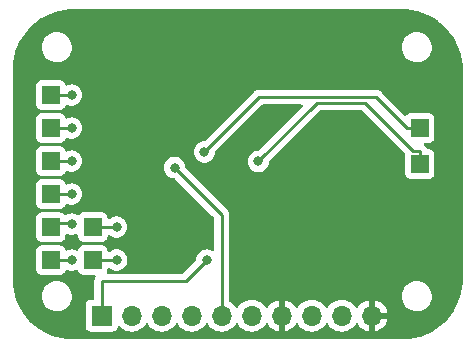
<source format=gbr>
%TF.GenerationSoftware,KiCad,Pcbnew,7.0.7*%
%TF.CreationDate,2025-03-08T19:07:00+10:30*%
%TF.ProjectId,V9381_Breakout,56393338-315f-4427-9265-616b6f75742e,rev?*%
%TF.SameCoordinates,Original*%
%TF.FileFunction,Copper,L2,Bot*%
%TF.FilePolarity,Positive*%
%FSLAX46Y46*%
G04 Gerber Fmt 4.6, Leading zero omitted, Abs format (unit mm)*
G04 Created by KiCad (PCBNEW 7.0.7) date 2025-03-08 19:07:00*
%MOMM*%
%LPD*%
G01*
G04 APERTURE LIST*
%TA.AperFunction,ComponentPad*%
%ADD10R,1.700000X1.700000*%
%TD*%
%TA.AperFunction,ComponentPad*%
%ADD11O,1.700000X1.700000*%
%TD*%
%TA.AperFunction,SMDPad,CuDef*%
%ADD12R,1.500000X1.500000*%
%TD*%
%TA.AperFunction,ViaPad*%
%ADD13C,0.800000*%
%TD*%
%TA.AperFunction,Conductor*%
%ADD14C,0.250000*%
%TD*%
G04 APERTURE END LIST*
D10*
%TO.P,J1,1,Pin_1*%
%TO.N,VIN*%
X134620000Y-106299000D03*
D11*
%TO.P,J1,2,Pin_2*%
%TO.N,CS*%
X137160000Y-106299000D03*
%TO.P,J1,3,Pin_3*%
%TO.N,SCK*%
X139700000Y-106299000D03*
%TO.P,J1,4,Pin_4*%
%TO.N,RX{slash}MOSI*%
X142240000Y-106299000D03*
%TO.P,J1,5,Pin_5*%
%TO.N,TX{slash}MISO*%
X144780000Y-106299000D03*
%TO.P,J1,6,Pin_6*%
%TO.N,UP_IN*%
X147320000Y-106299000D03*
%TO.P,J1,7,Pin_7*%
%TO.N,GND*%
X149860000Y-106299000D03*
%TO.P,J1,8,Pin_8*%
%TO.N,IAN_IN*%
X152400000Y-106299000D03*
%TO.P,J1,9,Pin_9*%
%TO.N,IAP_IN*%
X154940000Y-106299000D03*
%TO.P,J1,10,Pin_10*%
%TO.N,GND*%
X157480000Y-106299000D03*
%TD*%
D12*
%TO.P,TP1,1,1*%
%TO.N,IBP*%
X161544000Y-90424000D03*
%TD*%
%TO.P,TP4,1,1*%
%TO.N,P1*%
X133858000Y-98806000D03*
%TD*%
%TO.P,TP6,1,1*%
%TO.N,P3*%
X130302000Y-98812000D03*
%TD*%
%TO.P,TP5,1,1*%
%TO.N,P2*%
X130302000Y-101606000D03*
%TD*%
%TO.P,TP9,1,1*%
%TO.N,~{RST}*%
X130302000Y-90424000D03*
%TD*%
%TO.P,TP3,1,1*%
%TO.N,P0*%
X133858000Y-101600000D03*
%TD*%
%TO.P,TP7,1,1*%
%TO.N,P5*%
X130302000Y-96012000D03*
%TD*%
%TO.P,TP8,1,1*%
%TO.N,P6*%
X130302000Y-93218000D03*
%TD*%
%TO.P,TP10,1,1*%
%TO.N,32KIN*%
X130302000Y-87630000D03*
%TD*%
%TO.P,TP2,1,1*%
%TO.N,IBN*%
X161544000Y-93454000D03*
%TD*%
D13*
%TO.N,VIN*%
X143510000Y-101600000D03*
%TO.N,GND*%
X156210000Y-101092000D03*
X156210000Y-99314000D03*
X128016000Y-91948000D03*
X128016000Y-97536000D03*
X128016000Y-102616000D03*
X128016000Y-86106000D03*
X164338000Y-92456000D03*
X164338000Y-98044000D03*
X164338000Y-103124000D03*
X164338000Y-86614000D03*
X145796000Y-81280000D03*
X152654000Y-81280000D03*
X139700000Y-81280000D03*
X158750000Y-81280000D03*
X133350000Y-81280000D03*
%TO.N,IBP*%
X143313000Y-92449100D03*
%TO.N,IBN*%
X147874000Y-93248500D03*
%TO.N,P0*%
X135894299Y-101595701D03*
%TO.N,P1*%
X135874000Y-98806000D03*
%TO.N,P2*%
X132080000Y-101600000D03*
%TO.N,~{RST}*%
X132080000Y-90424000D03*
%TO.N,32KIN*%
X132080000Y-87630000D03*
%TO.N,P3*%
X132080000Y-98552000D03*
%TO.N,P5*%
X132080000Y-96012000D03*
%TO.N,P6*%
X132080000Y-93218000D03*
%TO.N,TX{slash}MISO*%
X140782000Y-93763700D03*
%TO.N,GND*%
X156718000Y-96012000D03*
X156718000Y-91440000D03*
X156718000Y-94488000D03*
X148971000Y-102108000D03*
X152146000Y-95758000D03*
X149098000Y-98552000D03*
X156718000Y-92964000D03*
%TD*%
D14*
%TO.N,VIN*%
X134620000Y-103378000D02*
X134620000Y-106299000D01*
X141732000Y-103378000D02*
X134620000Y-103378000D01*
X143510000Y-101600000D02*
X141732000Y-103378000D01*
%TO.N,IBP*%
X161544000Y-90424000D02*
X160467000Y-90424000D01*
X157835000Y-87791700D02*
X147970000Y-87791700D01*
X160467000Y-90424000D02*
X157835000Y-87791700D01*
X147970000Y-87791700D02*
X143313000Y-92449100D01*
%TO.N,IBN*%
X156886000Y-88261900D02*
X161002000Y-92377100D01*
X147874000Y-93248500D02*
X152861000Y-88261900D01*
X161544000Y-92377100D02*
X161544000Y-93454000D01*
X152861000Y-88261900D02*
X156886000Y-88261900D01*
X161002000Y-92377100D02*
X161544000Y-92377100D01*
%TO.N,P0*%
X135890000Y-101600000D02*
X133858000Y-101600000D01*
X135894299Y-101595701D02*
X135890000Y-101600000D01*
%TO.N,P1*%
X135874000Y-98806000D02*
X133858000Y-98806000D01*
%TO.N,P2*%
X132080000Y-101600000D02*
X130308000Y-101600000D01*
X130308000Y-101600000D02*
X130302000Y-101606000D01*
%TO.N,~{RST}*%
X132080000Y-90424000D02*
X130302000Y-90424000D01*
%TO.N,32KIN*%
X132080000Y-87630000D02*
X130302000Y-87630000D01*
%TO.N,P3*%
X132080000Y-98552000D02*
X131987000Y-98459000D01*
X131987000Y-98459000D02*
X130655000Y-98459000D01*
X130655000Y-98459000D02*
X130302000Y-98812000D01*
%TO.N,P5*%
X132080000Y-96012000D02*
X130302000Y-96012000D01*
%TO.N,P6*%
X132080000Y-93218000D02*
X130302000Y-93218000D01*
%TO.N,TX{slash}MISO*%
X144780000Y-97761900D02*
X140782000Y-93763700D01*
X144780000Y-106299000D02*
X144780000Y-97761900D01*
%TD*%
%TA.AperFunction,Conductor*%
%TO.N,GND*%
G36*
X160327490Y-80364356D02*
G01*
X160533680Y-80373360D01*
X160538599Y-80373773D01*
X160755984Y-80400870D01*
X160902983Y-80420223D01*
X160961763Y-80427962D01*
X160966395Y-80428751D01*
X161007931Y-80437460D01*
X161180980Y-80473744D01*
X161383675Y-80518681D01*
X161387884Y-80519772D01*
X161590273Y-80580026D01*
X161598134Y-80582367D01*
X161796301Y-80644849D01*
X161800180Y-80646215D01*
X161893878Y-80682776D01*
X162004631Y-80725993D01*
X162075188Y-80755218D01*
X162196730Y-80805562D01*
X162200195Y-80807124D01*
X162285508Y-80848832D01*
X162397483Y-80903573D01*
X162482256Y-80947703D01*
X162582038Y-80999646D01*
X162585136Y-81001374D01*
X162669186Y-81051456D01*
X162773885Y-81113843D01*
X162773988Y-81113909D01*
X162949470Y-81225703D01*
X162952173Y-81227527D01*
X163048923Y-81296605D01*
X163131111Y-81355286D01*
X163296396Y-81482114D01*
X163298678Y-81483953D01*
X163466586Y-81626164D01*
X163466658Y-81626230D01*
X163621275Y-81767911D01*
X163777880Y-81924515D01*
X163919646Y-82079226D01*
X164061801Y-82247068D01*
X164063678Y-82249395D01*
X164190512Y-82414687D01*
X164318262Y-82593612D01*
X164320094Y-82596327D01*
X164431956Y-82771914D01*
X164544426Y-82960665D01*
X164546154Y-82963763D01*
X164626889Y-83118852D01*
X164642225Y-83148312D01*
X164738662Y-83345577D01*
X164740242Y-83349082D01*
X164819809Y-83541172D01*
X164881517Y-83699317D01*
X164899580Y-83745607D01*
X164900952Y-83749502D01*
X164963428Y-83947651D01*
X165026014Y-84157873D01*
X165027122Y-84162146D01*
X165072066Y-84364873D01*
X165117048Y-84579402D01*
X165117837Y-84584034D01*
X165144928Y-84789807D01*
X165172021Y-85007170D01*
X165172438Y-85012136D01*
X165181478Y-85219147D01*
X165190398Y-85434814D01*
X165190398Y-103214898D01*
X165181410Y-103432196D01*
X165172441Y-103637609D01*
X165172024Y-103642575D01*
X165144852Y-103860566D01*
X165117846Y-104065705D01*
X165117056Y-104070338D01*
X165071988Y-104285280D01*
X165027134Y-104487597D01*
X165026026Y-104491869D01*
X164963352Y-104702389D01*
X164900972Y-104900233D01*
X164899600Y-104904128D01*
X164819730Y-105108817D01*
X164740267Y-105300656D01*
X164738687Y-105304161D01*
X164642154Y-105501622D01*
X164546192Y-105685962D01*
X164544458Y-105689071D01*
X164431888Y-105877991D01*
X164320131Y-106053412D01*
X164318300Y-106056126D01*
X164190446Y-106235197D01*
X164063742Y-106400321D01*
X164061865Y-106402649D01*
X163919566Y-106570661D01*
X163777955Y-106725202D01*
X163621202Y-106881955D01*
X163466661Y-107023566D01*
X163298649Y-107165865D01*
X163296321Y-107167742D01*
X163131197Y-107294446D01*
X162952126Y-107422300D01*
X162949412Y-107424131D01*
X162773991Y-107535888D01*
X162585071Y-107648458D01*
X162581962Y-107650192D01*
X162397622Y-107746154D01*
X162200161Y-107842687D01*
X162196656Y-107844267D01*
X162004817Y-107923730D01*
X161800128Y-108003600D01*
X161796233Y-108004972D01*
X161598389Y-108067352D01*
X161387869Y-108130026D01*
X161383597Y-108131134D01*
X161181280Y-108175988D01*
X160966338Y-108221056D01*
X160961705Y-108221846D01*
X160756566Y-108248852D01*
X160538575Y-108276024D01*
X160533609Y-108276441D01*
X160328196Y-108285410D01*
X160110898Y-108294398D01*
X132170898Y-108294398D01*
X131952743Y-108285375D01*
X131748234Y-108276446D01*
X131743267Y-108276029D01*
X131524646Y-108248779D01*
X131320141Y-108221855D01*
X131315509Y-108221066D01*
X131100187Y-108175918D01*
X131065182Y-108168158D01*
X130898254Y-108131150D01*
X130893982Y-108130042D01*
X130683161Y-108067278D01*
X130485614Y-108004991D01*
X130481719Y-108003619D01*
X130276796Y-107923657D01*
X130085207Y-107844298D01*
X130081703Y-107842718D01*
X129884017Y-107746076D01*
X129699880Y-107650220D01*
X129696792Y-107648498D01*
X129507672Y-107535807D01*
X129461743Y-107506547D01*
X129332450Y-107424178D01*
X129329753Y-107422358D01*
X129150496Y-107294370D01*
X128985554Y-107167806D01*
X128983226Y-107165929D01*
X128899552Y-107095061D01*
X128815071Y-107023509D01*
X128660644Y-106882003D01*
X128589066Y-106810425D01*
X128503784Y-106725142D01*
X128362301Y-106570742D01*
X128219867Y-106402571D01*
X128218007Y-106400264D01*
X128091419Y-106235291D01*
X128071886Y-106207933D01*
X127963440Y-106056045D01*
X127961620Y-106053347D01*
X127849983Y-105878111D01*
X127754921Y-105718576D01*
X127737296Y-105688997D01*
X127735578Y-105685918D01*
X127639720Y-105501775D01*
X127543072Y-105304078D01*
X127541508Y-105300609D01*
X127507944Y-105219579D01*
X127462140Y-105108999D01*
X127382162Y-104904031D01*
X127380814Y-104900206D01*
X127318524Y-104702647D01*
X127302255Y-104648002D01*
X129534647Y-104648002D01*
X129554021Y-104869457D01*
X129554022Y-104869465D01*
X129611558Y-105084191D01*
X129611559Y-105084193D01*
X129611560Y-105084196D01*
X129630774Y-105125400D01*
X129705511Y-105285676D01*
X129716000Y-105300656D01*
X129833023Y-105467781D01*
X129990219Y-105624977D01*
X130172323Y-105752488D01*
X130373804Y-105846440D01*
X130373811Y-105846442D01*
X130373814Y-105846443D01*
X130409313Y-105855955D01*
X130412422Y-105856875D01*
X130416745Y-105858279D01*
X130416755Y-105858283D01*
X130425158Y-105860200D01*
X130588537Y-105903978D01*
X130630378Y-105907638D01*
X130638778Y-105908957D01*
X130639179Y-105909049D01*
X130641917Y-105909674D01*
X130641939Y-105909678D01*
X130675563Y-105917351D01*
X130707475Y-105914383D01*
X130810000Y-105923353D01*
X130856024Y-105919326D01*
X130864186Y-105919154D01*
X130867093Y-105919285D01*
X130867098Y-105919284D01*
X130868448Y-105919345D01*
X130868461Y-105919345D01*
X130902036Y-105920853D01*
X130931627Y-105912712D01*
X131031463Y-105903978D01*
X131080183Y-105890923D01*
X131087886Y-105889377D01*
X131093173Y-105888661D01*
X131093175Y-105888660D01*
X131095724Y-105888315D01*
X131095742Y-105888312D01*
X131125510Y-105884279D01*
X131151954Y-105871692D01*
X131228600Y-105851154D01*
X131246186Y-105846443D01*
X131246188Y-105846442D01*
X131246196Y-105846440D01*
X131295821Y-105823299D01*
X131302841Y-105820534D01*
X131310150Y-105818160D01*
X131310156Y-105818156D01*
X131315442Y-105816439D01*
X131315454Y-105816435D01*
X131338940Y-105808803D01*
X131361599Y-105792626D01*
X131447677Y-105752488D01*
X131496124Y-105718564D01*
X131502284Y-105714768D01*
X131511053Y-105710050D01*
X131511056Y-105710047D01*
X131535587Y-105696847D01*
X131554028Y-105678019D01*
X131629781Y-105624977D01*
X131674779Y-105579978D01*
X131679935Y-105575370D01*
X131689423Y-105567805D01*
X131689424Y-105567802D01*
X131694636Y-105563647D01*
X131695654Y-105563231D01*
X131698146Y-105560849D01*
X131709298Y-105551955D01*
X131723294Y-105531463D01*
X131786977Y-105467781D01*
X131826105Y-105411901D01*
X131830196Y-105406676D01*
X131839528Y-105395996D01*
X131839531Y-105395990D01*
X131839709Y-105395787D01*
X131841954Y-105394356D01*
X131846873Y-105387586D01*
X131854621Y-105378717D01*
X131864165Y-105357544D01*
X131914488Y-105285677D01*
X131945324Y-105219548D01*
X131948270Y-105213991D01*
X131953608Y-105205057D01*
X131956634Y-105202257D01*
X131962270Y-105190556D01*
X131967005Y-105182630D01*
X131972296Y-105161706D01*
X132008440Y-105084196D01*
X132008440Y-105084194D01*
X132008442Y-105084191D01*
X132008442Y-105084190D01*
X132014045Y-105063279D01*
X132028583Y-105009021D01*
X132030406Y-105003337D01*
X132032697Y-104997233D01*
X132036010Y-104992827D01*
X132040628Y-104976097D01*
X132042953Y-104969902D01*
X132044384Y-104950051D01*
X132065978Y-104869463D01*
X132073198Y-104786930D01*
X132073951Y-104781317D01*
X132077444Y-104762072D01*
X132077444Y-104762067D01*
X132078311Y-104757291D01*
X132078314Y-104757269D01*
X132079694Y-104749660D01*
X132077998Y-104737304D01*
X132078112Y-104732216D01*
X132078326Y-104728314D01*
X132085353Y-104648000D01*
X132078326Y-104567690D01*
X132078112Y-104563780D01*
X132077999Y-104558697D01*
X132080353Y-104549969D01*
X132077746Y-104535600D01*
X132077741Y-104535568D01*
X132077444Y-104533932D01*
X132077444Y-104533928D01*
X132073951Y-104514682D01*
X132073198Y-104509069D01*
X132065978Y-104426537D01*
X132044383Y-104345944D01*
X132044742Y-104330863D01*
X132040629Y-104319905D01*
X132036892Y-104306363D01*
X132032686Y-104298736D01*
X132030410Y-104292671D01*
X132028572Y-104286938D01*
X132008442Y-104211811D01*
X132008439Y-104211802D01*
X132008438Y-104211800D01*
X131972296Y-104134294D01*
X131969838Y-104118109D01*
X131962267Y-104105437D01*
X131957728Y-104096013D01*
X131953606Y-104090938D01*
X131948279Y-104082022D01*
X131945309Y-104076419D01*
X131914488Y-104010324D01*
X131914487Y-104010322D01*
X131864166Y-103938456D01*
X131858534Y-103921757D01*
X131846872Y-103908409D01*
X131842927Y-103902979D01*
X131839715Y-103900217D01*
X131830193Y-103889318D01*
X131826100Y-103884093D01*
X131793542Y-103837595D01*
X131786978Y-103828220D01*
X131756123Y-103797365D01*
X131723295Y-103764537D01*
X131714268Y-103748005D01*
X131698145Y-103735148D01*
X131696158Y-103733248D01*
X131694641Y-103732354D01*
X131679944Y-103720634D01*
X131674754Y-103715996D01*
X131629782Y-103671023D01*
X131554029Y-103617981D01*
X131541536Y-103602352D01*
X131502297Y-103581237D01*
X131496110Y-103577424D01*
X131447682Y-103543515D01*
X131447680Y-103543514D01*
X131447679Y-103543513D01*
X131447677Y-103543512D01*
X131361599Y-103503373D01*
X131345732Y-103489402D01*
X131315007Y-103479418D01*
X131314998Y-103479416D01*
X131302844Y-103475465D01*
X131295801Y-103472690D01*
X131246195Y-103449559D01*
X131151952Y-103424307D01*
X131132955Y-103412728D01*
X131094197Y-103407477D01*
X131087891Y-103406622D01*
X131080165Y-103405070D01*
X131031467Y-103392023D01*
X131031465Y-103392022D01*
X131031463Y-103392022D01*
X131031461Y-103392021D01*
X131031457Y-103392021D01*
X130931623Y-103383287D01*
X130909904Y-103374791D01*
X130864190Y-103376844D01*
X130855998Y-103376670D01*
X130810004Y-103372647D01*
X130809998Y-103372647D01*
X130707463Y-103381617D01*
X130683582Y-103376817D01*
X130639180Y-103386950D01*
X130639179Y-103386951D01*
X130638786Y-103387040D01*
X130630391Y-103388359D01*
X130588540Y-103392021D01*
X130588534Y-103392022D01*
X130425172Y-103435796D01*
X130416744Y-103437719D01*
X130412408Y-103439127D01*
X130409315Y-103440043D01*
X130373806Y-103449558D01*
X130373803Y-103449559D01*
X130172323Y-103543512D01*
X130172319Y-103543514D01*
X129990217Y-103671023D01*
X129833023Y-103828217D01*
X129705514Y-104010319D01*
X129705512Y-104010323D01*
X129611561Y-104211800D01*
X129554022Y-104426535D01*
X129554021Y-104426542D01*
X129534647Y-104647997D01*
X129534647Y-104648002D01*
X127302255Y-104648002D01*
X127255747Y-104491785D01*
X127254647Y-104487539D01*
X127209893Y-104285671D01*
X127164726Y-104070258D01*
X127163950Y-104065705D01*
X127137021Y-103861159D01*
X127109766Y-103642504D01*
X127109352Y-103637580D01*
X127100471Y-103434189D01*
X127091402Y-103214898D01*
X127091398Y-103214809D01*
X127091398Y-102403870D01*
X129051500Y-102403870D01*
X129051501Y-102403876D01*
X129057908Y-102463483D01*
X129108202Y-102598328D01*
X129108206Y-102598335D01*
X129194452Y-102713544D01*
X129194455Y-102713547D01*
X129309664Y-102799793D01*
X129309671Y-102799797D01*
X129444517Y-102850091D01*
X129444516Y-102850091D01*
X129448321Y-102850500D01*
X129504127Y-102856500D01*
X131099872Y-102856499D01*
X131159483Y-102850091D01*
X131294331Y-102799796D01*
X131409546Y-102713546D01*
X131495796Y-102598331D01*
X131536925Y-102488055D01*
X131578795Y-102432123D01*
X131644259Y-102407705D01*
X131703541Y-102418109D01*
X131800197Y-102461144D01*
X131985354Y-102500500D01*
X131985355Y-102500500D01*
X132174644Y-102500500D01*
X132174646Y-102500500D01*
X132359803Y-102461144D01*
X132458376Y-102417255D01*
X132527624Y-102407970D01*
X132590901Y-102437598D01*
X132624993Y-102487202D01*
X132664202Y-102592328D01*
X132664206Y-102592335D01*
X132750452Y-102707544D01*
X132750455Y-102707547D01*
X132865664Y-102793793D01*
X132865671Y-102793797D01*
X133000517Y-102844091D01*
X133000516Y-102844091D01*
X133007444Y-102844835D01*
X133060127Y-102850500D01*
X133982493Y-102850499D01*
X134049532Y-102870183D01*
X134095287Y-102922987D01*
X134105231Y-102992146D01*
X134090218Y-103032755D01*
X134090996Y-103033121D01*
X134063231Y-103092121D01*
X134061464Y-103095589D01*
X134033804Y-103145903D01*
X134033803Y-103145908D01*
X134031769Y-103153828D01*
X134023870Y-103175768D01*
X134020386Y-103183172D01*
X134020384Y-103183178D01*
X134009629Y-103239561D01*
X134008779Y-103243361D01*
X133994500Y-103298976D01*
X133994500Y-103307152D01*
X133992305Y-103330379D01*
X133990773Y-103338412D01*
X133994378Y-103395724D01*
X133994500Y-103399595D01*
X133994500Y-104824500D01*
X133974815Y-104891539D01*
X133922011Y-104937294D01*
X133870501Y-104948500D01*
X133722130Y-104948500D01*
X133722123Y-104948501D01*
X133662516Y-104954908D01*
X133527671Y-105005202D01*
X133527664Y-105005206D01*
X133412455Y-105091452D01*
X133412452Y-105091455D01*
X133326206Y-105206664D01*
X133326202Y-105206671D01*
X133275908Y-105341517D01*
X133269501Y-105401116D01*
X133269500Y-105401135D01*
X133269500Y-107196870D01*
X133269501Y-107196876D01*
X133275908Y-107256483D01*
X133326202Y-107391328D01*
X133326206Y-107391335D01*
X133412452Y-107506544D01*
X133412455Y-107506547D01*
X133527664Y-107592793D01*
X133527671Y-107592797D01*
X133662517Y-107643091D01*
X133662516Y-107643091D01*
X133669444Y-107643835D01*
X133722127Y-107649500D01*
X135517872Y-107649499D01*
X135577483Y-107643091D01*
X135712331Y-107592796D01*
X135827546Y-107506546D01*
X135913796Y-107391331D01*
X135962810Y-107259916D01*
X136004681Y-107203984D01*
X136070145Y-107179566D01*
X136138418Y-107194417D01*
X136166673Y-107215568D01*
X136288599Y-107337495D01*
X136385384Y-107405264D01*
X136482165Y-107473032D01*
X136482167Y-107473033D01*
X136482170Y-107473035D01*
X136696337Y-107572903D01*
X136696343Y-107572904D01*
X136696344Y-107572905D01*
X136751285Y-107587626D01*
X136924592Y-107634063D01*
X137101034Y-107649500D01*
X137159999Y-107654659D01*
X137160000Y-107654659D01*
X137160001Y-107654659D01*
X137218966Y-107649500D01*
X137395408Y-107634063D01*
X137623663Y-107572903D01*
X137837830Y-107473035D01*
X138031401Y-107337495D01*
X138198495Y-107170401D01*
X138328424Y-106984842D01*
X138383002Y-106941217D01*
X138452500Y-106934023D01*
X138514855Y-106965546D01*
X138531575Y-106984842D01*
X138661281Y-107170082D01*
X138661505Y-107170401D01*
X138828599Y-107337495D01*
X138925384Y-107405265D01*
X139022165Y-107473032D01*
X139022167Y-107473033D01*
X139022170Y-107473035D01*
X139236337Y-107572903D01*
X139236343Y-107572904D01*
X139236344Y-107572905D01*
X139291285Y-107587626D01*
X139464592Y-107634063D01*
X139641034Y-107649500D01*
X139699999Y-107654659D01*
X139700000Y-107654659D01*
X139700001Y-107654659D01*
X139758966Y-107649500D01*
X139935408Y-107634063D01*
X140163663Y-107572903D01*
X140377830Y-107473035D01*
X140571401Y-107337495D01*
X140738495Y-107170401D01*
X140868424Y-106984842D01*
X140923002Y-106941217D01*
X140992500Y-106934023D01*
X141054855Y-106965546D01*
X141071575Y-106984842D01*
X141201281Y-107170082D01*
X141201505Y-107170401D01*
X141368599Y-107337495D01*
X141465384Y-107405265D01*
X141562165Y-107473032D01*
X141562167Y-107473033D01*
X141562170Y-107473035D01*
X141776337Y-107572903D01*
X141776343Y-107572904D01*
X141776344Y-107572905D01*
X141831285Y-107587626D01*
X142004592Y-107634063D01*
X142181034Y-107649500D01*
X142239999Y-107654659D01*
X142240000Y-107654659D01*
X142240001Y-107654659D01*
X142298966Y-107649500D01*
X142475408Y-107634063D01*
X142703663Y-107572903D01*
X142917830Y-107473035D01*
X143111401Y-107337495D01*
X143278495Y-107170401D01*
X143408424Y-106984842D01*
X143463002Y-106941217D01*
X143532500Y-106934023D01*
X143594855Y-106965546D01*
X143611575Y-106984842D01*
X143741281Y-107170082D01*
X143741505Y-107170401D01*
X143908599Y-107337495D01*
X144005384Y-107405265D01*
X144102165Y-107473032D01*
X144102167Y-107473033D01*
X144102170Y-107473035D01*
X144316337Y-107572903D01*
X144316343Y-107572904D01*
X144316344Y-107572905D01*
X144371285Y-107587626D01*
X144544592Y-107634063D01*
X144721034Y-107649500D01*
X144779999Y-107654659D01*
X144780000Y-107654659D01*
X144780001Y-107654659D01*
X144838966Y-107649500D01*
X145015408Y-107634063D01*
X145243663Y-107572903D01*
X145457830Y-107473035D01*
X145651401Y-107337495D01*
X145818495Y-107170401D01*
X145948424Y-106984842D01*
X146003002Y-106941217D01*
X146072500Y-106934023D01*
X146134855Y-106965546D01*
X146151575Y-106984842D01*
X146281281Y-107170082D01*
X146281505Y-107170401D01*
X146448599Y-107337495D01*
X146545384Y-107405265D01*
X146642165Y-107473032D01*
X146642167Y-107473033D01*
X146642170Y-107473035D01*
X146856337Y-107572903D01*
X146856343Y-107572904D01*
X146856344Y-107572905D01*
X146911285Y-107587626D01*
X147084592Y-107634063D01*
X147261034Y-107649500D01*
X147319999Y-107654659D01*
X147320000Y-107654659D01*
X147320001Y-107654659D01*
X147378966Y-107649500D01*
X147555408Y-107634063D01*
X147783663Y-107572903D01*
X147997830Y-107473035D01*
X148191401Y-107337495D01*
X148358495Y-107170401D01*
X148488730Y-106984405D01*
X148543307Y-106940781D01*
X148612805Y-106933587D01*
X148675160Y-106965110D01*
X148691879Y-106984405D01*
X148821890Y-107170078D01*
X148988917Y-107337105D01*
X149182421Y-107472600D01*
X149396507Y-107572429D01*
X149396516Y-107572433D01*
X149610000Y-107629634D01*
X149610000Y-106911301D01*
X149629685Y-106844262D01*
X149682489Y-106798507D01*
X149751647Y-106788563D01*
X149824237Y-106799000D01*
X149824238Y-106799000D01*
X149895762Y-106799000D01*
X149895763Y-106799000D01*
X149968353Y-106788563D01*
X150037512Y-106798507D01*
X150090315Y-106844262D01*
X150110000Y-106911301D01*
X150110000Y-107629633D01*
X150323483Y-107572433D01*
X150323492Y-107572429D01*
X150537578Y-107472600D01*
X150731082Y-107337105D01*
X150898105Y-107170082D01*
X151028119Y-106984405D01*
X151082696Y-106940781D01*
X151152195Y-106933588D01*
X151214549Y-106965110D01*
X151231269Y-106984405D01*
X151361505Y-107170401D01*
X151528599Y-107337495D01*
X151625384Y-107405265D01*
X151722165Y-107473032D01*
X151722167Y-107473033D01*
X151722170Y-107473035D01*
X151936337Y-107572903D01*
X151936343Y-107572904D01*
X151936344Y-107572905D01*
X151991285Y-107587626D01*
X152164592Y-107634063D01*
X152341034Y-107649500D01*
X152399999Y-107654659D01*
X152400000Y-107654659D01*
X152400001Y-107654659D01*
X152458966Y-107649500D01*
X152635408Y-107634063D01*
X152863663Y-107572903D01*
X153077830Y-107473035D01*
X153271401Y-107337495D01*
X153438495Y-107170401D01*
X153568424Y-106984842D01*
X153623002Y-106941217D01*
X153692500Y-106934023D01*
X153754855Y-106965546D01*
X153771575Y-106984842D01*
X153901281Y-107170082D01*
X153901505Y-107170401D01*
X154068599Y-107337495D01*
X154165384Y-107405265D01*
X154262165Y-107473032D01*
X154262167Y-107473033D01*
X154262170Y-107473035D01*
X154476337Y-107572903D01*
X154476343Y-107572904D01*
X154476344Y-107572905D01*
X154531285Y-107587626D01*
X154704592Y-107634063D01*
X154881034Y-107649500D01*
X154939999Y-107654659D01*
X154940000Y-107654659D01*
X154940001Y-107654659D01*
X154998966Y-107649500D01*
X155175408Y-107634063D01*
X155403663Y-107572903D01*
X155617830Y-107473035D01*
X155811401Y-107337495D01*
X155978495Y-107170401D01*
X156108730Y-106984405D01*
X156163307Y-106940781D01*
X156232805Y-106933587D01*
X156295160Y-106965110D01*
X156311879Y-106984405D01*
X156441890Y-107170078D01*
X156608917Y-107337105D01*
X156802421Y-107472600D01*
X157016507Y-107572429D01*
X157016516Y-107572433D01*
X157230000Y-107629634D01*
X157230000Y-106911301D01*
X157249685Y-106844262D01*
X157302489Y-106798507D01*
X157371647Y-106788563D01*
X157444237Y-106799000D01*
X157444238Y-106799000D01*
X157515762Y-106799000D01*
X157515763Y-106799000D01*
X157588353Y-106788563D01*
X157657512Y-106798507D01*
X157710315Y-106844262D01*
X157730000Y-106911301D01*
X157730000Y-107629633D01*
X157943483Y-107572433D01*
X157943492Y-107572429D01*
X158157578Y-107472600D01*
X158351082Y-107337105D01*
X158518105Y-107170082D01*
X158653600Y-106976578D01*
X158753429Y-106762492D01*
X158753432Y-106762486D01*
X158810636Y-106549000D01*
X158093347Y-106549000D01*
X158026308Y-106529315D01*
X157980553Y-106476511D01*
X157970609Y-106407353D01*
X157974369Y-106390067D01*
X157980000Y-106370888D01*
X157980000Y-106227111D01*
X157974369Y-106207933D01*
X157974370Y-106138064D01*
X158012145Y-106079286D01*
X158075701Y-106050262D01*
X158093347Y-106049000D01*
X158810636Y-106049000D01*
X158810635Y-106048999D01*
X158753432Y-105835513D01*
X158753429Y-105835507D01*
X158653600Y-105621422D01*
X158653599Y-105621420D01*
X158518113Y-105427926D01*
X158518108Y-105427920D01*
X158351082Y-105260894D01*
X158157578Y-105125399D01*
X157943492Y-105025570D01*
X157943486Y-105025567D01*
X157730000Y-104968364D01*
X157730000Y-105686698D01*
X157710315Y-105753737D01*
X157657511Y-105799492D01*
X157588355Y-105809436D01*
X157515766Y-105799000D01*
X157515763Y-105799000D01*
X157444237Y-105799000D01*
X157444233Y-105799000D01*
X157371645Y-105809436D01*
X157302487Y-105799492D01*
X157249684Y-105753736D01*
X157230000Y-105686698D01*
X157230000Y-104968364D01*
X157229999Y-104968364D01*
X157016513Y-105025567D01*
X157016507Y-105025570D01*
X156802422Y-105125399D01*
X156802420Y-105125400D01*
X156608926Y-105260886D01*
X156608920Y-105260891D01*
X156441891Y-105427920D01*
X156441890Y-105427922D01*
X156311880Y-105613595D01*
X156257303Y-105657219D01*
X156187804Y-105664412D01*
X156125450Y-105632890D01*
X156108730Y-105613594D01*
X155978494Y-105427597D01*
X155811402Y-105260506D01*
X155811395Y-105260501D01*
X155617834Y-105124967D01*
X155617830Y-105124965D01*
X155583492Y-105108953D01*
X155403663Y-105025097D01*
X155403659Y-105025096D01*
X155403655Y-105025094D01*
X155175413Y-104963938D01*
X155175403Y-104963936D01*
X154940001Y-104943341D01*
X154939999Y-104943341D01*
X154704596Y-104963936D01*
X154704586Y-104963938D01*
X154476344Y-105025094D01*
X154476335Y-105025098D01*
X154262171Y-105124964D01*
X154262169Y-105124965D01*
X154068597Y-105260505D01*
X153901505Y-105427597D01*
X153771575Y-105613158D01*
X153716998Y-105656783D01*
X153647500Y-105663977D01*
X153585145Y-105632454D01*
X153568425Y-105613158D01*
X153438494Y-105427597D01*
X153271402Y-105260506D01*
X153271395Y-105260501D01*
X153077834Y-105124967D01*
X153077830Y-105124965D01*
X153043492Y-105108953D01*
X152863663Y-105025097D01*
X152863659Y-105025096D01*
X152863655Y-105025094D01*
X152635413Y-104963938D01*
X152635403Y-104963936D01*
X152400001Y-104943341D01*
X152399999Y-104943341D01*
X152164596Y-104963936D01*
X152164586Y-104963938D01*
X151936344Y-105025094D01*
X151936335Y-105025098D01*
X151722171Y-105124964D01*
X151722169Y-105124965D01*
X151528597Y-105260505D01*
X151361508Y-105427594D01*
X151231269Y-105613595D01*
X151176692Y-105657219D01*
X151107193Y-105664412D01*
X151044839Y-105632890D01*
X151028119Y-105613594D01*
X150898113Y-105427926D01*
X150898108Y-105427920D01*
X150731082Y-105260894D01*
X150537578Y-105125399D01*
X150323492Y-105025570D01*
X150323486Y-105025567D01*
X150110000Y-104968364D01*
X150110000Y-105686698D01*
X150090315Y-105753737D01*
X150037511Y-105799492D01*
X149968355Y-105809436D01*
X149895766Y-105799000D01*
X149895763Y-105799000D01*
X149824237Y-105799000D01*
X149824233Y-105799000D01*
X149751645Y-105809436D01*
X149682487Y-105799492D01*
X149629684Y-105753736D01*
X149610000Y-105686698D01*
X149610000Y-104968364D01*
X149609999Y-104968364D01*
X149396513Y-105025567D01*
X149396507Y-105025570D01*
X149182422Y-105125399D01*
X149182420Y-105125400D01*
X148988926Y-105260886D01*
X148988920Y-105260891D01*
X148821891Y-105427920D01*
X148821890Y-105427922D01*
X148691880Y-105613595D01*
X148637303Y-105657219D01*
X148567804Y-105664412D01*
X148505450Y-105632890D01*
X148488730Y-105613594D01*
X148358494Y-105427597D01*
X148191402Y-105260506D01*
X148191395Y-105260501D01*
X147997834Y-105124967D01*
X147997830Y-105124965D01*
X147963492Y-105108953D01*
X147783663Y-105025097D01*
X147783659Y-105025096D01*
X147783655Y-105025094D01*
X147555413Y-104963938D01*
X147555403Y-104963936D01*
X147320001Y-104943341D01*
X147319999Y-104943341D01*
X147084596Y-104963936D01*
X147084586Y-104963938D01*
X146856344Y-105025094D01*
X146856335Y-105025098D01*
X146642171Y-105124964D01*
X146642169Y-105124965D01*
X146448597Y-105260505D01*
X146281505Y-105427597D01*
X146151575Y-105613158D01*
X146096998Y-105656783D01*
X146027500Y-105663977D01*
X145965145Y-105632454D01*
X145948425Y-105613158D01*
X145818494Y-105427597D01*
X145651402Y-105260506D01*
X145651401Y-105260505D01*
X145510293Y-105161700D01*
X145458376Y-105125347D01*
X145414751Y-105070770D01*
X145405500Y-105023772D01*
X145405500Y-104648002D01*
X160014647Y-104648002D01*
X160034021Y-104869457D01*
X160034022Y-104869465D01*
X160091558Y-105084191D01*
X160091559Y-105084193D01*
X160091560Y-105084196D01*
X160110774Y-105125400D01*
X160185511Y-105285676D01*
X160196000Y-105300656D01*
X160313023Y-105467781D01*
X160470219Y-105624977D01*
X160652323Y-105752488D01*
X160853804Y-105846440D01*
X160853811Y-105846442D01*
X160853814Y-105846443D01*
X160889313Y-105855955D01*
X160892422Y-105856875D01*
X160896745Y-105858279D01*
X160896755Y-105858283D01*
X160905158Y-105860200D01*
X161068537Y-105903978D01*
X161110378Y-105907638D01*
X161118778Y-105908957D01*
X161119179Y-105909049D01*
X161121917Y-105909674D01*
X161121939Y-105909678D01*
X161155563Y-105917351D01*
X161187475Y-105914383D01*
X161290000Y-105923353D01*
X161336024Y-105919326D01*
X161344186Y-105919154D01*
X161347093Y-105919285D01*
X161347098Y-105919284D01*
X161348448Y-105919345D01*
X161348461Y-105919345D01*
X161382036Y-105920853D01*
X161411627Y-105912712D01*
X161511463Y-105903978D01*
X161560183Y-105890923D01*
X161567886Y-105889377D01*
X161573173Y-105888661D01*
X161573175Y-105888660D01*
X161575724Y-105888315D01*
X161575742Y-105888312D01*
X161605510Y-105884279D01*
X161631954Y-105871692D01*
X161708600Y-105851154D01*
X161726186Y-105846443D01*
X161726188Y-105846442D01*
X161726196Y-105846440D01*
X161775821Y-105823299D01*
X161782841Y-105820534D01*
X161790150Y-105818160D01*
X161790156Y-105818156D01*
X161795442Y-105816439D01*
X161795454Y-105816435D01*
X161818940Y-105808803D01*
X161841599Y-105792626D01*
X161927677Y-105752488D01*
X161976124Y-105718564D01*
X161982284Y-105714768D01*
X161991053Y-105710050D01*
X161991056Y-105710047D01*
X162015587Y-105696847D01*
X162034028Y-105678019D01*
X162109781Y-105624977D01*
X162154779Y-105579978D01*
X162159935Y-105575370D01*
X162169423Y-105567805D01*
X162169424Y-105567802D01*
X162174636Y-105563647D01*
X162175654Y-105563231D01*
X162178146Y-105560849D01*
X162189298Y-105551955D01*
X162203294Y-105531463D01*
X162266977Y-105467781D01*
X162306105Y-105411901D01*
X162310196Y-105406676D01*
X162319528Y-105395996D01*
X162319531Y-105395990D01*
X162319709Y-105395787D01*
X162321954Y-105394356D01*
X162326873Y-105387586D01*
X162334621Y-105378717D01*
X162344165Y-105357544D01*
X162394488Y-105285677D01*
X162425324Y-105219548D01*
X162428270Y-105213991D01*
X162433608Y-105205057D01*
X162436634Y-105202257D01*
X162442270Y-105190556D01*
X162447005Y-105182630D01*
X162452296Y-105161706D01*
X162488440Y-105084196D01*
X162488440Y-105084194D01*
X162488442Y-105084191D01*
X162488442Y-105084190D01*
X162494045Y-105063279D01*
X162508583Y-105009021D01*
X162510406Y-105003337D01*
X162512697Y-104997233D01*
X162516010Y-104992827D01*
X162520628Y-104976097D01*
X162522953Y-104969902D01*
X162524384Y-104950051D01*
X162545978Y-104869463D01*
X162553198Y-104786930D01*
X162553951Y-104781317D01*
X162557444Y-104762072D01*
X162557444Y-104762067D01*
X162558311Y-104757291D01*
X162558314Y-104757269D01*
X162559694Y-104749660D01*
X162557998Y-104737304D01*
X162558112Y-104732216D01*
X162558326Y-104728314D01*
X162565353Y-104648000D01*
X162558326Y-104567690D01*
X162558112Y-104563780D01*
X162557999Y-104558697D01*
X162560353Y-104549969D01*
X162557746Y-104535600D01*
X162557741Y-104535568D01*
X162557444Y-104533932D01*
X162557444Y-104533928D01*
X162553951Y-104514682D01*
X162553198Y-104509069D01*
X162545978Y-104426537D01*
X162524383Y-104345944D01*
X162524742Y-104330863D01*
X162520629Y-104319905D01*
X162516892Y-104306363D01*
X162512686Y-104298736D01*
X162510410Y-104292671D01*
X162508572Y-104286938D01*
X162488442Y-104211811D01*
X162488439Y-104211802D01*
X162488438Y-104211800D01*
X162452296Y-104134294D01*
X162449838Y-104118109D01*
X162442267Y-104105437D01*
X162437728Y-104096013D01*
X162433606Y-104090938D01*
X162428279Y-104082022D01*
X162425309Y-104076419D01*
X162394488Y-104010324D01*
X162394487Y-104010322D01*
X162344166Y-103938456D01*
X162338534Y-103921757D01*
X162326872Y-103908409D01*
X162322927Y-103902979D01*
X162319715Y-103900217D01*
X162310193Y-103889318D01*
X162306100Y-103884093D01*
X162273542Y-103837595D01*
X162266978Y-103828220D01*
X162236123Y-103797365D01*
X162203295Y-103764537D01*
X162194268Y-103748005D01*
X162178145Y-103735148D01*
X162176158Y-103733248D01*
X162174641Y-103732354D01*
X162159944Y-103720634D01*
X162154754Y-103715996D01*
X162109782Y-103671023D01*
X162034029Y-103617981D01*
X162021536Y-103602352D01*
X161982297Y-103581237D01*
X161976110Y-103577424D01*
X161927682Y-103543515D01*
X161927680Y-103543514D01*
X161927679Y-103543513D01*
X161927677Y-103543512D01*
X161841599Y-103503373D01*
X161825732Y-103489402D01*
X161795007Y-103479418D01*
X161794998Y-103479416D01*
X161782844Y-103475465D01*
X161775801Y-103472690D01*
X161726195Y-103449559D01*
X161631952Y-103424307D01*
X161612955Y-103412728D01*
X161574197Y-103407477D01*
X161567891Y-103406622D01*
X161560165Y-103405070D01*
X161511467Y-103392023D01*
X161511465Y-103392022D01*
X161511463Y-103392022D01*
X161511461Y-103392021D01*
X161511457Y-103392021D01*
X161411623Y-103383287D01*
X161389904Y-103374791D01*
X161344190Y-103376844D01*
X161335998Y-103376670D01*
X161290004Y-103372647D01*
X161289998Y-103372647D01*
X161187463Y-103381617D01*
X161163582Y-103376817D01*
X161119180Y-103386950D01*
X161119179Y-103386951D01*
X161118786Y-103387040D01*
X161110391Y-103388359D01*
X161068540Y-103392021D01*
X161068534Y-103392022D01*
X160905172Y-103435796D01*
X160896744Y-103437719D01*
X160892408Y-103439127D01*
X160889315Y-103440043D01*
X160853806Y-103449558D01*
X160853803Y-103449559D01*
X160652323Y-103543512D01*
X160652319Y-103543514D01*
X160470217Y-103671023D01*
X160313023Y-103828217D01*
X160185514Y-104010319D01*
X160185512Y-104010323D01*
X160091561Y-104211800D01*
X160034022Y-104426535D01*
X160034021Y-104426542D01*
X160014647Y-104647997D01*
X160014647Y-104648002D01*
X145405500Y-104648002D01*
X145405500Y-97844651D01*
X145407223Y-97829040D01*
X145406937Y-97829013D01*
X145407671Y-97821249D01*
X145405500Y-97752094D01*
X145405500Y-97722552D01*
X145405500Y-97722550D01*
X145404630Y-97715667D01*
X145404173Y-97709855D01*
X145402712Y-97663288D01*
X145397119Y-97644037D01*
X145393175Y-97624990D01*
X145390664Y-97605108D01*
X145386458Y-97594486D01*
X145373514Y-97561792D01*
X145371620Y-97556261D01*
X145358624Y-97511525D01*
X145358623Y-97511523D01*
X145348421Y-97494271D01*
X145339862Y-97476800D01*
X145332486Y-97458168D01*
X145305098Y-97420473D01*
X145301901Y-97415605D01*
X145278180Y-97375492D01*
X145278177Y-97375489D01*
X145278176Y-97375487D01*
X145264009Y-97361320D01*
X145251375Y-97346527D01*
X145239593Y-97330312D01*
X145239594Y-97330312D01*
X145203694Y-97300613D01*
X145199382Y-97296690D01*
X141720960Y-93818094D01*
X141687477Y-93756771D01*
X141685325Y-93743395D01*
X141667674Y-93575444D01*
X141609179Y-93395416D01*
X141514533Y-93231484D01*
X141387871Y-93090812D01*
X141345798Y-93060244D01*
X141234734Y-92979551D01*
X141234729Y-92979548D01*
X141061807Y-92902557D01*
X141061802Y-92902555D01*
X140916001Y-92871565D01*
X140876646Y-92863200D01*
X140687354Y-92863200D01*
X140654897Y-92870098D01*
X140502197Y-92902555D01*
X140502192Y-92902557D01*
X140329270Y-92979548D01*
X140329265Y-92979551D01*
X140176129Y-93090811D01*
X140049466Y-93231485D01*
X139954821Y-93395415D01*
X139954818Y-93395422D01*
X139896327Y-93575440D01*
X139896326Y-93575444D01*
X139876540Y-93763700D01*
X139896326Y-93951956D01*
X139896327Y-93951959D01*
X139954818Y-94131977D01*
X139954821Y-94131984D01*
X140049467Y-94295916D01*
X140153806Y-94411796D01*
X140176129Y-94436588D01*
X140329265Y-94547848D01*
X140329270Y-94547851D01*
X140502192Y-94624842D01*
X140502197Y-94624844D01*
X140687354Y-94664200D01*
X140746522Y-94664200D01*
X140813561Y-94683885D01*
X140834205Y-94700521D01*
X141337687Y-95204028D01*
X143986300Y-97852773D01*
X144118183Y-97984662D01*
X144151667Y-98045986D01*
X144154500Y-98072341D01*
X144154500Y-100711814D01*
X144134815Y-100778853D01*
X144082011Y-100824608D01*
X144012853Y-100834552D01*
X143969572Y-100817005D01*
X143968363Y-100819101D01*
X143962729Y-100815848D01*
X143789807Y-100738857D01*
X143789802Y-100738855D01*
X143644000Y-100707865D01*
X143604646Y-100699500D01*
X143415354Y-100699500D01*
X143382897Y-100706398D01*
X143230197Y-100738855D01*
X143230192Y-100738857D01*
X143057270Y-100815848D01*
X143057265Y-100815851D01*
X142904129Y-100927111D01*
X142777466Y-101067785D01*
X142682821Y-101231715D01*
X142682818Y-101231722D01*
X142625724Y-101407441D01*
X142624326Y-101411744D01*
X142606679Y-101579649D01*
X142580094Y-101644263D01*
X142571039Y-101654368D01*
X141509228Y-102716181D01*
X141447905Y-102749666D01*
X141421547Y-102752500D01*
X135170650Y-102752500D01*
X135103611Y-102732815D01*
X135057856Y-102680011D01*
X135047912Y-102610853D01*
X135054468Y-102585167D01*
X135054914Y-102583969D01*
X135102091Y-102457483D01*
X135108500Y-102397873D01*
X135108500Y-102381228D01*
X135128185Y-102314189D01*
X135180989Y-102268434D01*
X135250147Y-102258490D01*
X135305385Y-102280910D01*
X135441564Y-102379849D01*
X135441569Y-102379852D01*
X135614491Y-102456843D01*
X135614496Y-102456845D01*
X135799653Y-102496201D01*
X135799654Y-102496201D01*
X135988943Y-102496201D01*
X135988945Y-102496201D01*
X136174102Y-102456845D01*
X136347029Y-102379852D01*
X136500170Y-102268589D01*
X136626832Y-102127917D01*
X136721478Y-101963985D01*
X136779973Y-101783957D01*
X136799759Y-101595701D01*
X136779973Y-101407445D01*
X136721478Y-101227417D01*
X136626832Y-101063485D01*
X136500170Y-100922813D01*
X136483213Y-100910493D01*
X136347033Y-100811552D01*
X136347028Y-100811549D01*
X136174106Y-100734558D01*
X136174101Y-100734556D01*
X136009170Y-100699500D01*
X135988945Y-100695201D01*
X135799653Y-100695201D01*
X135779428Y-100699500D01*
X135614496Y-100734556D01*
X135614491Y-100734558D01*
X135441569Y-100811549D01*
X135441564Y-100811552D01*
X135305384Y-100910493D01*
X135239578Y-100933973D01*
X135171524Y-100918147D01*
X135122829Y-100868041D01*
X135108499Y-100810175D01*
X135108499Y-100802129D01*
X135108498Y-100802123D01*
X135107533Y-100793148D01*
X135102091Y-100742517D01*
X135100725Y-100738855D01*
X135051797Y-100607671D01*
X135051793Y-100607664D01*
X134965547Y-100492455D01*
X134965544Y-100492452D01*
X134850335Y-100406206D01*
X134850328Y-100406202D01*
X134715482Y-100355908D01*
X134715483Y-100355908D01*
X134655883Y-100349501D01*
X134655881Y-100349500D01*
X134655873Y-100349500D01*
X134655864Y-100349500D01*
X133060129Y-100349500D01*
X133060123Y-100349501D01*
X133000516Y-100355908D01*
X132865671Y-100406202D01*
X132865664Y-100406206D01*
X132750455Y-100492452D01*
X132750452Y-100492455D01*
X132664206Y-100607664D01*
X132664202Y-100607671D01*
X132624993Y-100712797D01*
X132583122Y-100768731D01*
X132517657Y-100793148D01*
X132458375Y-100782743D01*
X132359807Y-100738857D01*
X132359802Y-100738855D01*
X132214001Y-100707865D01*
X132174646Y-100699500D01*
X131985354Y-100699500D01*
X131952897Y-100706398D01*
X131800197Y-100738855D01*
X131800192Y-100738857D01*
X131699705Y-100783598D01*
X131630455Y-100792883D01*
X131567178Y-100763255D01*
X131533087Y-100713651D01*
X131495798Y-100613673D01*
X131495793Y-100613664D01*
X131409547Y-100498455D01*
X131409544Y-100498452D01*
X131294335Y-100412206D01*
X131294328Y-100412202D01*
X131159482Y-100361908D01*
X131159483Y-100361908D01*
X131099883Y-100355501D01*
X131099881Y-100355500D01*
X131099873Y-100355500D01*
X131099864Y-100355500D01*
X129504129Y-100355500D01*
X129504123Y-100355501D01*
X129444516Y-100361908D01*
X129309671Y-100412202D01*
X129309664Y-100412206D01*
X129194455Y-100498452D01*
X129194452Y-100498455D01*
X129108206Y-100613664D01*
X129108202Y-100613671D01*
X129057908Y-100748517D01*
X129051501Y-100808116D01*
X129051500Y-100808135D01*
X129051500Y-102403870D01*
X127091398Y-102403870D01*
X127091398Y-99609870D01*
X129051500Y-99609870D01*
X129051501Y-99609876D01*
X129057908Y-99669483D01*
X129108202Y-99804328D01*
X129108206Y-99804335D01*
X129194452Y-99919544D01*
X129194455Y-99919547D01*
X129309664Y-100005793D01*
X129309671Y-100005797D01*
X129444517Y-100056091D01*
X129444516Y-100056091D01*
X129448321Y-100056500D01*
X129504127Y-100062500D01*
X131099872Y-100062499D01*
X131159483Y-100056091D01*
X131294331Y-100005796D01*
X131409546Y-99919546D01*
X131495796Y-99804331D01*
X131546091Y-99669483D01*
X131552500Y-99609873D01*
X131552499Y-99493802D01*
X131572183Y-99426765D01*
X131624987Y-99381010D01*
X131694145Y-99371066D01*
X131726931Y-99380523D01*
X131800197Y-99413144D01*
X131985354Y-99452500D01*
X131985355Y-99452500D01*
X132174644Y-99452500D01*
X132174646Y-99452500D01*
X132359803Y-99413144D01*
X132433066Y-99380524D01*
X132502312Y-99371239D01*
X132565589Y-99400867D01*
X132602804Y-99460001D01*
X132607500Y-99493803D01*
X132607500Y-99603869D01*
X132607501Y-99603876D01*
X132613908Y-99663483D01*
X132664202Y-99798328D01*
X132664206Y-99798335D01*
X132750452Y-99913544D01*
X132750455Y-99913547D01*
X132865664Y-99999793D01*
X132865671Y-99999797D01*
X133000517Y-100050091D01*
X133000516Y-100050091D01*
X133007444Y-100050835D01*
X133060127Y-100056500D01*
X134655872Y-100056499D01*
X134715483Y-100050091D01*
X134850331Y-99999796D01*
X134965546Y-99913546D01*
X135051796Y-99798331D01*
X135102091Y-99663483D01*
X135108500Y-99603873D01*
X135108500Y-99603845D01*
X135108678Y-99600548D01*
X135110158Y-99600627D01*
X135128185Y-99539235D01*
X135180989Y-99493480D01*
X135250147Y-99483536D01*
X135305385Y-99505956D01*
X135421265Y-99590148D01*
X135421270Y-99590151D01*
X135594192Y-99667142D01*
X135594197Y-99667144D01*
X135779354Y-99706500D01*
X135779355Y-99706500D01*
X135968644Y-99706500D01*
X135968646Y-99706500D01*
X136153803Y-99667144D01*
X136326730Y-99590151D01*
X136479871Y-99478888D01*
X136606533Y-99338216D01*
X136701179Y-99174284D01*
X136759674Y-98994256D01*
X136779460Y-98806000D01*
X136759674Y-98617744D01*
X136701179Y-98437716D01*
X136606533Y-98273784D01*
X136479871Y-98133112D01*
X136453150Y-98113698D01*
X136326734Y-98021851D01*
X136326729Y-98021848D01*
X136153807Y-97944857D01*
X136153802Y-97944855D01*
X136008001Y-97913865D01*
X135968646Y-97905500D01*
X135779354Y-97905500D01*
X135746897Y-97912398D01*
X135594197Y-97944855D01*
X135594192Y-97944857D01*
X135421270Y-98021848D01*
X135421265Y-98021851D01*
X135305384Y-98106044D01*
X135239578Y-98129524D01*
X135171524Y-98113698D01*
X135122829Y-98063592D01*
X135109896Y-98011370D01*
X135108900Y-98011423D01*
X135108854Y-98011429D01*
X135108853Y-98011426D01*
X135108676Y-98011436D01*
X135108499Y-98008141D01*
X135108499Y-98008128D01*
X135102091Y-97948517D01*
X135100725Y-97944855D01*
X135051797Y-97813671D01*
X135051793Y-97813664D01*
X134965547Y-97698455D01*
X134965544Y-97698452D01*
X134850335Y-97612206D01*
X134850328Y-97612202D01*
X134715482Y-97561908D01*
X134715483Y-97561908D01*
X134655883Y-97555501D01*
X134655881Y-97555500D01*
X134655873Y-97555500D01*
X134655864Y-97555500D01*
X133060129Y-97555500D01*
X133060123Y-97555501D01*
X133000516Y-97561908D01*
X132865671Y-97612202D01*
X132865664Y-97612206D01*
X132750455Y-97698452D01*
X132713361Y-97748003D01*
X132657426Y-97789874D01*
X132587735Y-97794857D01*
X132541212Y-97774011D01*
X132532732Y-97767850D01*
X132532729Y-97767848D01*
X132359807Y-97690857D01*
X132359802Y-97690855D01*
X132214000Y-97659865D01*
X132174646Y-97651500D01*
X131985354Y-97651500D01*
X131952897Y-97658398D01*
X131800197Y-97690855D01*
X131800192Y-97690857D01*
X131627270Y-97767848D01*
X131627262Y-97767853D01*
X131615877Y-97776125D01*
X131550070Y-97799603D01*
X131482017Y-97783776D01*
X131443729Y-97750117D01*
X131409546Y-97704454D01*
X131386709Y-97687358D01*
X131294335Y-97618206D01*
X131294328Y-97618202D01*
X131159482Y-97567908D01*
X131159483Y-97567908D01*
X131099883Y-97561501D01*
X131099881Y-97561500D01*
X131099873Y-97561500D01*
X131099864Y-97561500D01*
X129504129Y-97561500D01*
X129504123Y-97561501D01*
X129444516Y-97567908D01*
X129309671Y-97618202D01*
X129309664Y-97618206D01*
X129194455Y-97704452D01*
X129194452Y-97704455D01*
X129108206Y-97819664D01*
X129108202Y-97819671D01*
X129057908Y-97954517D01*
X129051501Y-98014116D01*
X129051500Y-98014135D01*
X129051500Y-99609870D01*
X127091398Y-99609870D01*
X127091398Y-96809870D01*
X129051500Y-96809870D01*
X129051501Y-96809876D01*
X129057908Y-96869483D01*
X129108202Y-97004328D01*
X129108206Y-97004335D01*
X129194452Y-97119544D01*
X129194455Y-97119547D01*
X129309664Y-97205793D01*
X129309671Y-97205797D01*
X129444517Y-97256091D01*
X129444516Y-97256091D01*
X129451444Y-97256835D01*
X129504127Y-97262500D01*
X131099872Y-97262499D01*
X131159483Y-97256091D01*
X131294331Y-97205796D01*
X131409546Y-97119546D01*
X131495796Y-97004331D01*
X131535006Y-96899202D01*
X131576876Y-96843269D01*
X131642340Y-96818851D01*
X131701624Y-96829256D01*
X131800197Y-96873144D01*
X131985354Y-96912500D01*
X131985355Y-96912500D01*
X132174644Y-96912500D01*
X132174646Y-96912500D01*
X132359803Y-96873144D01*
X132532730Y-96796151D01*
X132685871Y-96684888D01*
X132812533Y-96544216D01*
X132907179Y-96380284D01*
X132965674Y-96200256D01*
X132985460Y-96012000D01*
X132965674Y-95823744D01*
X132907179Y-95643716D01*
X132812533Y-95479784D01*
X132685871Y-95339112D01*
X132685870Y-95339111D01*
X132532734Y-95227851D01*
X132532729Y-95227848D01*
X132359807Y-95150857D01*
X132359802Y-95150855D01*
X132214001Y-95119865D01*
X132174646Y-95111500D01*
X131985354Y-95111500D01*
X131952897Y-95118398D01*
X131800197Y-95150855D01*
X131701623Y-95194744D01*
X131632373Y-95204028D01*
X131569097Y-95174400D01*
X131535006Y-95124796D01*
X131495798Y-95019673D01*
X131495793Y-95019664D01*
X131409547Y-94904455D01*
X131409544Y-94904452D01*
X131294335Y-94818206D01*
X131294328Y-94818202D01*
X131159482Y-94767908D01*
X131159483Y-94767908D01*
X131099883Y-94761501D01*
X131099881Y-94761500D01*
X131099873Y-94761500D01*
X131099864Y-94761500D01*
X129504129Y-94761500D01*
X129504123Y-94761501D01*
X129444516Y-94767908D01*
X129309671Y-94818202D01*
X129309664Y-94818206D01*
X129194455Y-94904452D01*
X129194452Y-94904455D01*
X129108206Y-95019664D01*
X129108202Y-95019671D01*
X129057908Y-95154517D01*
X129051501Y-95214116D01*
X129051500Y-95214135D01*
X129051500Y-96809870D01*
X127091398Y-96809870D01*
X127091398Y-94015870D01*
X129051500Y-94015870D01*
X129051501Y-94015876D01*
X129057908Y-94075483D01*
X129108202Y-94210328D01*
X129108206Y-94210335D01*
X129194452Y-94325544D01*
X129194455Y-94325547D01*
X129309664Y-94411793D01*
X129309671Y-94411797D01*
X129444517Y-94462091D01*
X129444516Y-94462091D01*
X129451444Y-94462835D01*
X129504127Y-94468500D01*
X131099872Y-94468499D01*
X131159483Y-94462091D01*
X131294331Y-94411796D01*
X131409546Y-94325546D01*
X131495796Y-94210331D01*
X131535006Y-94105202D01*
X131576876Y-94049269D01*
X131642340Y-94024851D01*
X131701624Y-94035256D01*
X131800197Y-94079144D01*
X131985354Y-94118500D01*
X131985355Y-94118500D01*
X132174644Y-94118500D01*
X132174646Y-94118500D01*
X132359803Y-94079144D01*
X132532730Y-94002151D01*
X132685871Y-93890888D01*
X132812533Y-93750216D01*
X132907179Y-93586284D01*
X132965674Y-93406256D01*
X132985460Y-93218000D01*
X132965674Y-93029744D01*
X132907179Y-92849716D01*
X132812533Y-92685784D01*
X132685871Y-92545112D01*
X132653065Y-92521277D01*
X132553722Y-92449100D01*
X142407540Y-92449100D01*
X142427326Y-92637356D01*
X142427327Y-92637359D01*
X142485818Y-92817377D01*
X142485821Y-92817384D01*
X142580467Y-92981316D01*
X142679057Y-93090811D01*
X142707129Y-93121988D01*
X142860265Y-93233248D01*
X142860270Y-93233251D01*
X143033192Y-93310242D01*
X143033197Y-93310244D01*
X143218354Y-93349600D01*
X143218355Y-93349600D01*
X143407644Y-93349600D01*
X143407646Y-93349600D01*
X143592803Y-93310244D01*
X143765730Y-93233251D01*
X143918871Y-93121988D01*
X144045533Y-92981316D01*
X144140179Y-92817384D01*
X144198674Y-92637356D01*
X144216326Y-92469397D01*
X144242909Y-92404787D01*
X144251952Y-92394695D01*
X148192786Y-88453522D01*
X148254108Y-88420035D01*
X148280471Y-88417200D01*
X151521681Y-88417200D01*
X151588720Y-88436885D01*
X151634475Y-88489689D01*
X151644419Y-88558847D01*
X151615394Y-88622403D01*
X151609359Y-88628885D01*
X151064701Y-89173500D01*
X148146102Y-92091866D01*
X147926265Y-92311685D01*
X147864940Y-92345167D01*
X147838587Y-92348000D01*
X147779354Y-92348000D01*
X147746897Y-92354898D01*
X147594197Y-92387355D01*
X147594192Y-92387357D01*
X147421270Y-92464348D01*
X147421265Y-92464351D01*
X147268129Y-92575611D01*
X147141466Y-92716285D01*
X147046821Y-92880215D01*
X147046818Y-92880222D01*
X147013971Y-92981316D01*
X146988326Y-93060244D01*
X146968540Y-93248500D01*
X146988326Y-93436756D01*
X146988327Y-93436759D01*
X147046818Y-93616777D01*
X147046821Y-93616784D01*
X147141467Y-93780716D01*
X147240667Y-93890888D01*
X147268129Y-93921388D01*
X147421265Y-94032648D01*
X147421270Y-94032651D01*
X147594192Y-94109642D01*
X147594197Y-94109644D01*
X147779354Y-94149000D01*
X147779355Y-94149000D01*
X147968644Y-94149000D01*
X147968646Y-94149000D01*
X148153803Y-94109644D01*
X148326730Y-94032651D01*
X148479871Y-93921388D01*
X148606533Y-93780716D01*
X148701179Y-93616784D01*
X148759674Y-93436756D01*
X148777316Y-93268890D01*
X148803900Y-93204278D01*
X148812951Y-93194177D01*
X153083758Y-88923714D01*
X153145083Y-88890233D01*
X153171436Y-88887400D01*
X156575589Y-88887400D01*
X156642628Y-88907085D01*
X156663262Y-88923710D01*
X160228418Y-92488173D01*
X160261529Y-92521277D01*
X160295020Y-92582597D01*
X160297145Y-92622217D01*
X160293500Y-92656127D01*
X160293500Y-92656134D01*
X160293500Y-92656135D01*
X160293500Y-94251870D01*
X160293501Y-94251876D01*
X160299908Y-94311483D01*
X160350202Y-94446328D01*
X160350206Y-94446335D01*
X160436452Y-94561544D01*
X160436455Y-94561547D01*
X160551664Y-94647793D01*
X160551671Y-94647797D01*
X160686517Y-94698091D01*
X160686516Y-94698091D01*
X160693444Y-94698835D01*
X160746127Y-94704500D01*
X162341872Y-94704499D01*
X162401483Y-94698091D01*
X162536331Y-94647796D01*
X162651546Y-94561546D01*
X162737796Y-94446331D01*
X162788091Y-94311483D01*
X162794500Y-94251873D01*
X162794499Y-92656128D01*
X162788091Y-92596517D01*
X162782899Y-92582597D01*
X162737797Y-92461671D01*
X162737793Y-92461664D01*
X162651547Y-92346455D01*
X162651544Y-92346452D01*
X162536335Y-92260206D01*
X162536328Y-92260202D01*
X162401482Y-92209908D01*
X162401483Y-92209908D01*
X162341883Y-92203501D01*
X162341881Y-92203500D01*
X162341873Y-92203500D01*
X162341865Y-92203500D01*
X162235374Y-92203500D01*
X162168335Y-92183815D01*
X162122580Y-92131011D01*
X162117444Y-92117821D01*
X162117058Y-92116635D01*
X162114467Y-92108659D01*
X162110089Y-92101761D01*
X162099495Y-92080968D01*
X162096486Y-92073368D01*
X162062736Y-92026915D01*
X162060545Y-92023692D01*
X162029785Y-91975222D01*
X162023834Y-91969634D01*
X162008398Y-91952125D01*
X162003594Y-91945513D01*
X162003591Y-91945511D01*
X162003591Y-91945510D01*
X161959361Y-91908920D01*
X161956448Y-91906353D01*
X161937852Y-91888890D01*
X161902459Y-91828650D01*
X161905251Y-91758836D01*
X161945345Y-91701615D01*
X162010010Y-91675154D01*
X162022737Y-91674499D01*
X162341871Y-91674499D01*
X162341872Y-91674499D01*
X162401483Y-91668091D01*
X162536331Y-91617796D01*
X162651546Y-91531546D01*
X162737796Y-91416331D01*
X162788091Y-91281483D01*
X162794500Y-91221873D01*
X162794499Y-89626128D01*
X162788091Y-89566517D01*
X162786725Y-89562855D01*
X162737797Y-89431671D01*
X162737793Y-89431664D01*
X162651547Y-89316455D01*
X162651544Y-89316452D01*
X162536335Y-89230206D01*
X162536328Y-89230202D01*
X162401482Y-89179908D01*
X162401483Y-89179908D01*
X162341883Y-89173501D01*
X162341881Y-89173500D01*
X162341873Y-89173500D01*
X162341864Y-89173500D01*
X160746129Y-89173500D01*
X160746123Y-89173501D01*
X160686516Y-89179908D01*
X160551671Y-89230202D01*
X160551664Y-89230206D01*
X160436457Y-89316451D01*
X160430180Y-89322728D01*
X160428133Y-89320681D01*
X160383906Y-89353771D01*
X160314213Y-89358736D01*
X160252918Y-89325253D01*
X158335811Y-87407928D01*
X158325978Y-87395653D01*
X158325759Y-87395835D01*
X158320789Y-87389828D01*
X158320786Y-87389823D01*
X158270358Y-87342467D01*
X158259996Y-87332104D01*
X158249500Y-87321606D01*
X158244009Y-87317347D01*
X158239567Y-87313553D01*
X158233334Y-87307700D01*
X158205582Y-87281638D01*
X158205581Y-87281637D01*
X158205578Y-87281635D01*
X158188047Y-87271998D01*
X158171774Y-87261308D01*
X158155968Y-87249046D01*
X158155966Y-87249044D01*
X158113177Y-87230525D01*
X158107932Y-87227955D01*
X158099437Y-87223285D01*
X158067092Y-87205503D01*
X158047709Y-87200526D01*
X158029298Y-87194221D01*
X158010933Y-87186272D01*
X157964883Y-87178976D01*
X157959181Y-87177795D01*
X157930488Y-87170428D01*
X157914021Y-87166200D01*
X157914019Y-87166200D01*
X157894006Y-87166200D01*
X157874601Y-87164672D01*
X157854844Y-87161541D01*
X157854834Y-87161541D01*
X157827262Y-87164146D01*
X157808430Y-87165925D01*
X157802604Y-87166200D01*
X148052724Y-87166200D01*
X148037097Y-87164475D01*
X148037071Y-87164759D01*
X148029306Y-87164025D01*
X148029305Y-87164025D01*
X147960178Y-87166200D01*
X147930641Y-87166200D01*
X147923745Y-87167071D01*
X147917933Y-87167528D01*
X147871345Y-87168995D01*
X147871343Y-87168995D01*
X147852123Y-87174580D01*
X147833074Y-87178525D01*
X147830189Y-87178890D01*
X147813211Y-87181035D01*
X147813205Y-87181037D01*
X147769867Y-87198194D01*
X147764344Y-87200085D01*
X147719585Y-87213092D01*
X147719582Y-87213093D01*
X147702349Y-87223285D01*
X147684886Y-87231841D01*
X147666273Y-87239211D01*
X147666260Y-87239219D01*
X147628553Y-87266614D01*
X147623673Y-87269819D01*
X147583554Y-87293549D01*
X147569405Y-87307700D01*
X147554609Y-87320338D01*
X147538414Y-87332104D01*
X147508702Y-87368020D01*
X147504770Y-87372341D01*
X143365190Y-91512277D01*
X143303868Y-91545765D01*
X143277505Y-91548600D01*
X143218354Y-91548600D01*
X143185897Y-91555498D01*
X143033197Y-91587955D01*
X143033192Y-91587957D01*
X142860270Y-91664948D01*
X142860265Y-91664951D01*
X142707129Y-91776211D01*
X142580466Y-91916885D01*
X142485821Y-92080815D01*
X142485818Y-92080822D01*
X142427534Y-92260204D01*
X142427326Y-92260844D01*
X142407540Y-92449100D01*
X132553722Y-92449100D01*
X132532734Y-92433851D01*
X132532729Y-92433848D01*
X132359807Y-92356857D01*
X132359802Y-92356855D01*
X132214001Y-92325865D01*
X132174646Y-92317500D01*
X131985354Y-92317500D01*
X131952897Y-92324398D01*
X131800197Y-92356855D01*
X131701623Y-92400744D01*
X131632373Y-92410028D01*
X131569097Y-92380400D01*
X131535006Y-92330796D01*
X131495798Y-92225673D01*
X131495793Y-92225664D01*
X131409547Y-92110455D01*
X131409544Y-92110452D01*
X131294335Y-92024206D01*
X131294328Y-92024202D01*
X131159482Y-91973908D01*
X131159483Y-91973908D01*
X131099883Y-91967501D01*
X131099881Y-91967500D01*
X131099873Y-91967500D01*
X131099864Y-91967500D01*
X129504129Y-91967500D01*
X129504123Y-91967501D01*
X129444516Y-91973908D01*
X129309671Y-92024202D01*
X129309664Y-92024206D01*
X129194455Y-92110452D01*
X129194452Y-92110455D01*
X129108206Y-92225664D01*
X129108202Y-92225671D01*
X129057908Y-92360517D01*
X129051501Y-92420116D01*
X129051500Y-92420135D01*
X129051500Y-94015870D01*
X127091398Y-94015870D01*
X127091398Y-91221870D01*
X129051500Y-91221870D01*
X129051501Y-91221876D01*
X129057908Y-91281483D01*
X129108202Y-91416328D01*
X129108206Y-91416335D01*
X129194452Y-91531544D01*
X129194455Y-91531547D01*
X129309664Y-91617793D01*
X129309671Y-91617797D01*
X129444517Y-91668091D01*
X129444516Y-91668091D01*
X129451444Y-91668835D01*
X129504127Y-91674500D01*
X131099872Y-91674499D01*
X131159483Y-91668091D01*
X131294331Y-91617796D01*
X131409546Y-91531546D01*
X131495796Y-91416331D01*
X131535006Y-91311202D01*
X131576876Y-91255269D01*
X131642340Y-91230851D01*
X131701624Y-91241256D01*
X131800197Y-91285144D01*
X131985354Y-91324500D01*
X131985355Y-91324500D01*
X132174644Y-91324500D01*
X132174646Y-91324500D01*
X132359803Y-91285144D01*
X132532730Y-91208151D01*
X132685871Y-91096888D01*
X132812533Y-90956216D01*
X132907179Y-90792284D01*
X132965674Y-90612256D01*
X132985460Y-90424000D01*
X132965674Y-90235744D01*
X132907179Y-90055716D01*
X132812533Y-89891784D01*
X132685871Y-89751112D01*
X132685870Y-89751111D01*
X132532734Y-89639851D01*
X132532729Y-89639848D01*
X132359807Y-89562857D01*
X132359802Y-89562855D01*
X132214001Y-89531865D01*
X132174646Y-89523500D01*
X131985354Y-89523500D01*
X131952897Y-89530398D01*
X131800197Y-89562855D01*
X131701623Y-89606744D01*
X131632373Y-89616028D01*
X131569097Y-89586400D01*
X131535006Y-89536796D01*
X131495798Y-89431673D01*
X131495793Y-89431664D01*
X131409547Y-89316455D01*
X131409544Y-89316452D01*
X131294335Y-89230206D01*
X131294328Y-89230202D01*
X131159482Y-89179908D01*
X131159483Y-89179908D01*
X131099883Y-89173501D01*
X131099881Y-89173500D01*
X131099873Y-89173500D01*
X131099864Y-89173500D01*
X129504129Y-89173500D01*
X129504123Y-89173501D01*
X129444516Y-89179908D01*
X129309671Y-89230202D01*
X129309664Y-89230206D01*
X129194455Y-89316452D01*
X129194452Y-89316455D01*
X129108206Y-89431664D01*
X129108202Y-89431671D01*
X129057908Y-89566517D01*
X129051501Y-89626116D01*
X129051501Y-89626123D01*
X129051500Y-89626135D01*
X129051500Y-91221870D01*
X127091398Y-91221870D01*
X127091398Y-88427870D01*
X129051500Y-88427870D01*
X129051501Y-88427876D01*
X129057908Y-88487483D01*
X129108202Y-88622328D01*
X129108206Y-88622335D01*
X129194452Y-88737544D01*
X129194455Y-88737547D01*
X129309664Y-88823793D01*
X129309671Y-88823797D01*
X129444517Y-88874091D01*
X129444516Y-88874091D01*
X129451444Y-88874835D01*
X129504127Y-88880500D01*
X131099872Y-88880499D01*
X131159483Y-88874091D01*
X131294331Y-88823796D01*
X131409546Y-88737546D01*
X131495796Y-88622331D01*
X131535006Y-88517202D01*
X131576876Y-88461269D01*
X131642340Y-88436851D01*
X131701624Y-88447256D01*
X131800197Y-88491144D01*
X131985354Y-88530500D01*
X131985355Y-88530500D01*
X132174644Y-88530500D01*
X132174646Y-88530500D01*
X132359803Y-88491144D01*
X132532730Y-88414151D01*
X132685871Y-88302888D01*
X132812533Y-88162216D01*
X132907179Y-87998284D01*
X132965674Y-87818256D01*
X132985460Y-87630000D01*
X132965674Y-87441744D01*
X132907179Y-87261716D01*
X132812533Y-87097784D01*
X132685871Y-86957112D01*
X132685870Y-86957111D01*
X132532734Y-86845851D01*
X132532729Y-86845848D01*
X132359807Y-86768857D01*
X132359802Y-86768855D01*
X132214001Y-86737865D01*
X132174646Y-86729500D01*
X131985354Y-86729500D01*
X131952897Y-86736398D01*
X131800197Y-86768855D01*
X131701623Y-86812744D01*
X131632373Y-86822028D01*
X131569097Y-86792400D01*
X131535006Y-86742796D01*
X131495798Y-86637673D01*
X131495793Y-86637664D01*
X131409547Y-86522455D01*
X131409544Y-86522452D01*
X131294335Y-86436206D01*
X131294328Y-86436202D01*
X131159482Y-86385908D01*
X131159483Y-86385908D01*
X131099883Y-86379501D01*
X131099881Y-86379500D01*
X131099873Y-86379500D01*
X131099864Y-86379500D01*
X129504129Y-86379500D01*
X129504123Y-86379501D01*
X129444516Y-86385908D01*
X129309671Y-86436202D01*
X129309664Y-86436206D01*
X129194455Y-86522452D01*
X129194452Y-86522455D01*
X129108206Y-86637664D01*
X129108202Y-86637671D01*
X129057908Y-86772517D01*
X129051501Y-86832116D01*
X129051500Y-86832135D01*
X129051500Y-88427870D01*
X127091398Y-88427870D01*
X127091398Y-85434898D01*
X127091402Y-85434798D01*
X127100399Y-85217262D01*
X127109355Y-85012161D01*
X127109767Y-85007247D01*
X127136954Y-84789146D01*
X127138395Y-84778204D01*
X127163957Y-84584039D01*
X127164732Y-84579492D01*
X127209817Y-84364473D01*
X127254665Y-84162181D01*
X127255756Y-84157970D01*
X127318452Y-83947380D01*
X127380834Y-83749529D01*
X127382182Y-83745702D01*
X127452302Y-83566002D01*
X129534647Y-83566002D01*
X129554021Y-83787457D01*
X129554022Y-83787465D01*
X129611558Y-84002191D01*
X129611559Y-84002193D01*
X129611560Y-84002196D01*
X129647701Y-84079700D01*
X129705511Y-84203676D01*
X129705513Y-84203679D01*
X129833023Y-84385781D01*
X129990219Y-84542977D01*
X130172323Y-84670488D01*
X130373804Y-84764440D01*
X130373811Y-84764442D01*
X130373814Y-84764443D01*
X130409313Y-84773955D01*
X130412422Y-84774875D01*
X130416745Y-84776279D01*
X130416755Y-84776283D01*
X130425158Y-84778200D01*
X130588537Y-84821978D01*
X130630378Y-84825638D01*
X130638778Y-84826957D01*
X130639179Y-84827049D01*
X130641917Y-84827674D01*
X130641939Y-84827678D01*
X130675563Y-84835351D01*
X130707475Y-84832383D01*
X130810000Y-84841353D01*
X130856024Y-84837326D01*
X130864186Y-84837154D01*
X130867093Y-84837285D01*
X130867098Y-84837284D01*
X130868448Y-84837345D01*
X130868461Y-84837345D01*
X130902036Y-84838853D01*
X130931627Y-84830712D01*
X131031463Y-84821978D01*
X131080183Y-84808923D01*
X131087886Y-84807377D01*
X131093173Y-84806661D01*
X131093175Y-84806660D01*
X131095724Y-84806315D01*
X131095742Y-84806312D01*
X131125510Y-84802279D01*
X131151954Y-84789692D01*
X131228600Y-84769154D01*
X131246186Y-84764443D01*
X131246188Y-84764442D01*
X131246196Y-84764440D01*
X131295821Y-84741299D01*
X131302841Y-84738534D01*
X131310150Y-84736160D01*
X131310156Y-84736156D01*
X131315442Y-84734439D01*
X131315454Y-84734435D01*
X131338940Y-84726803D01*
X131361599Y-84710626D01*
X131447677Y-84670488D01*
X131496124Y-84636564D01*
X131502284Y-84632768D01*
X131511053Y-84628050D01*
X131511056Y-84628047D01*
X131535587Y-84614847D01*
X131554028Y-84596019D01*
X131629781Y-84542977D01*
X131674779Y-84497978D01*
X131679935Y-84493370D01*
X131689423Y-84485805D01*
X131689424Y-84485802D01*
X131694636Y-84481647D01*
X131695654Y-84481231D01*
X131698146Y-84478849D01*
X131709298Y-84469955D01*
X131723294Y-84449463D01*
X131786977Y-84385781D01*
X131826105Y-84329901D01*
X131830196Y-84324676D01*
X131839528Y-84313996D01*
X131839531Y-84313990D01*
X131839709Y-84313787D01*
X131841954Y-84312356D01*
X131846873Y-84305586D01*
X131854621Y-84296717D01*
X131864165Y-84275544D01*
X131914488Y-84203677D01*
X131945324Y-84137548D01*
X131948270Y-84131991D01*
X131953608Y-84123057D01*
X131956634Y-84120257D01*
X131962270Y-84108556D01*
X131967005Y-84100630D01*
X131972296Y-84079706D01*
X132008440Y-84002196D01*
X132008440Y-84002194D01*
X132008442Y-84002191D01*
X132008442Y-84002190D01*
X132013314Y-83984007D01*
X132028583Y-83927021D01*
X132030406Y-83921337D01*
X132032697Y-83915233D01*
X132036010Y-83910827D01*
X132040628Y-83894097D01*
X132042953Y-83887902D01*
X132044384Y-83868051D01*
X132065976Y-83787469D01*
X132065977Y-83787465D01*
X132065978Y-83787463D01*
X132073198Y-83704930D01*
X132073951Y-83699317D01*
X132077444Y-83680072D01*
X132077444Y-83680067D01*
X132078311Y-83675291D01*
X132078314Y-83675269D01*
X132079694Y-83667660D01*
X132077998Y-83655304D01*
X132078112Y-83650216D01*
X132078326Y-83646314D01*
X132085353Y-83566002D01*
X160014647Y-83566002D01*
X160034021Y-83787457D01*
X160034022Y-83787465D01*
X160091558Y-84002191D01*
X160091559Y-84002193D01*
X160091560Y-84002196D01*
X160127701Y-84079700D01*
X160185511Y-84203676D01*
X160185513Y-84203679D01*
X160313023Y-84385781D01*
X160470219Y-84542977D01*
X160652323Y-84670488D01*
X160853804Y-84764440D01*
X160853811Y-84764442D01*
X160853814Y-84764443D01*
X160889313Y-84773955D01*
X160892422Y-84774875D01*
X160896745Y-84776279D01*
X160896755Y-84776283D01*
X160905158Y-84778200D01*
X161068537Y-84821978D01*
X161110378Y-84825638D01*
X161118778Y-84826957D01*
X161119179Y-84827049D01*
X161121917Y-84827674D01*
X161121939Y-84827678D01*
X161155563Y-84835351D01*
X161187475Y-84832383D01*
X161290000Y-84841353D01*
X161336024Y-84837326D01*
X161344186Y-84837154D01*
X161347093Y-84837285D01*
X161347098Y-84837284D01*
X161348448Y-84837345D01*
X161348461Y-84837345D01*
X161382036Y-84838853D01*
X161411627Y-84830712D01*
X161511463Y-84821978D01*
X161560183Y-84808923D01*
X161567886Y-84807377D01*
X161573173Y-84806661D01*
X161573175Y-84806660D01*
X161575724Y-84806315D01*
X161575742Y-84806312D01*
X161605510Y-84802279D01*
X161631954Y-84789692D01*
X161708600Y-84769154D01*
X161726186Y-84764443D01*
X161726188Y-84764442D01*
X161726196Y-84764440D01*
X161775821Y-84741299D01*
X161782841Y-84738534D01*
X161790150Y-84736160D01*
X161790156Y-84736156D01*
X161795442Y-84734439D01*
X161795454Y-84734435D01*
X161818940Y-84726803D01*
X161841599Y-84710626D01*
X161927677Y-84670488D01*
X161976124Y-84636564D01*
X161982284Y-84632768D01*
X161991053Y-84628050D01*
X161991056Y-84628047D01*
X162015587Y-84614847D01*
X162034028Y-84596019D01*
X162109781Y-84542977D01*
X162154779Y-84497978D01*
X162159935Y-84493370D01*
X162169423Y-84485805D01*
X162169424Y-84485802D01*
X162174636Y-84481647D01*
X162175654Y-84481231D01*
X162178146Y-84478849D01*
X162189298Y-84469955D01*
X162203294Y-84449463D01*
X162266977Y-84385781D01*
X162306105Y-84329901D01*
X162310196Y-84324676D01*
X162319528Y-84313996D01*
X162319531Y-84313990D01*
X162319709Y-84313787D01*
X162321954Y-84312356D01*
X162326873Y-84305586D01*
X162334621Y-84296717D01*
X162344165Y-84275544D01*
X162394488Y-84203677D01*
X162425324Y-84137548D01*
X162428270Y-84131991D01*
X162433608Y-84123057D01*
X162436634Y-84120257D01*
X162442270Y-84108556D01*
X162447005Y-84100630D01*
X162452296Y-84079706D01*
X162488440Y-84002196D01*
X162488440Y-84002194D01*
X162488442Y-84002191D01*
X162488442Y-84002190D01*
X162493314Y-83984007D01*
X162508583Y-83927021D01*
X162510406Y-83921337D01*
X162512697Y-83915233D01*
X162516010Y-83910827D01*
X162520628Y-83894097D01*
X162522953Y-83887902D01*
X162524384Y-83868051D01*
X162545976Y-83787469D01*
X162545977Y-83787465D01*
X162545978Y-83787463D01*
X162553198Y-83704930D01*
X162553951Y-83699317D01*
X162557444Y-83680072D01*
X162557444Y-83680067D01*
X162558311Y-83675291D01*
X162558314Y-83675269D01*
X162559694Y-83667660D01*
X162557998Y-83655304D01*
X162558112Y-83650216D01*
X162558326Y-83646314D01*
X162565353Y-83566000D01*
X162558326Y-83485690D01*
X162558112Y-83481780D01*
X162557999Y-83476697D01*
X162560353Y-83467969D01*
X162557746Y-83453600D01*
X162557741Y-83453568D01*
X162557444Y-83451932D01*
X162557444Y-83451928D01*
X162553951Y-83432682D01*
X162553198Y-83427069D01*
X162545978Y-83344537D01*
X162524383Y-83263944D01*
X162524742Y-83248863D01*
X162520629Y-83237905D01*
X162516892Y-83224363D01*
X162512686Y-83216736D01*
X162510410Y-83210671D01*
X162508572Y-83204938D01*
X162507691Y-83201651D01*
X162488440Y-83129804D01*
X162452296Y-83052294D01*
X162449838Y-83036109D01*
X162442267Y-83023437D01*
X162437728Y-83014013D01*
X162433606Y-83008938D01*
X162428279Y-83000022D01*
X162425309Y-82994419D01*
X162394488Y-82928324D01*
X162394487Y-82928322D01*
X162344166Y-82856456D01*
X162338534Y-82839757D01*
X162326872Y-82826409D01*
X162322927Y-82820979D01*
X162319715Y-82818217D01*
X162310193Y-82807318D01*
X162306100Y-82802093D01*
X162266977Y-82746219D01*
X162203295Y-82682537D01*
X162194268Y-82666005D01*
X162178145Y-82653148D01*
X162176158Y-82651248D01*
X162174641Y-82650354D01*
X162159944Y-82638634D01*
X162154754Y-82633996D01*
X162109782Y-82589023D01*
X162034029Y-82535981D01*
X162021536Y-82520352D01*
X161982297Y-82499237D01*
X161976110Y-82495424D01*
X161927682Y-82461515D01*
X161927680Y-82461514D01*
X161927679Y-82461513D01*
X161927677Y-82461512D01*
X161841599Y-82421373D01*
X161825732Y-82407402D01*
X161795007Y-82397418D01*
X161794998Y-82397416D01*
X161782844Y-82393465D01*
X161775801Y-82390690D01*
X161726195Y-82367559D01*
X161631952Y-82342307D01*
X161612955Y-82330728D01*
X161574197Y-82325477D01*
X161567891Y-82324622D01*
X161560165Y-82323070D01*
X161511467Y-82310023D01*
X161511465Y-82310022D01*
X161511463Y-82310022D01*
X161511461Y-82310021D01*
X161511457Y-82310021D01*
X161411623Y-82301287D01*
X161389904Y-82292791D01*
X161344190Y-82294844D01*
X161335998Y-82294670D01*
X161290004Y-82290647D01*
X161289998Y-82290647D01*
X161187463Y-82299617D01*
X161163582Y-82294817D01*
X161119180Y-82304950D01*
X161119179Y-82304951D01*
X161118786Y-82305040D01*
X161110391Y-82306359D01*
X161068540Y-82310021D01*
X161068534Y-82310022D01*
X160905172Y-82353796D01*
X160896744Y-82355719D01*
X160892408Y-82357127D01*
X160889315Y-82358043D01*
X160853806Y-82367558D01*
X160853803Y-82367559D01*
X160652323Y-82461512D01*
X160652319Y-82461514D01*
X160470217Y-82589023D01*
X160313023Y-82746217D01*
X160185514Y-82928319D01*
X160185512Y-82928323D01*
X160091561Y-83129800D01*
X160034022Y-83344535D01*
X160034021Y-83344542D01*
X160014647Y-83565997D01*
X160014647Y-83566002D01*
X132085353Y-83566002D01*
X132085353Y-83566000D01*
X132078326Y-83485690D01*
X132078112Y-83481780D01*
X132077999Y-83476697D01*
X132080353Y-83467969D01*
X132077746Y-83453600D01*
X132077741Y-83453568D01*
X132077444Y-83451932D01*
X132077444Y-83451928D01*
X132073951Y-83432682D01*
X132073198Y-83427069D01*
X132065978Y-83344537D01*
X132044383Y-83263944D01*
X132044742Y-83248863D01*
X132040629Y-83237905D01*
X132036892Y-83224363D01*
X132032686Y-83216736D01*
X132030410Y-83210671D01*
X132028572Y-83204938D01*
X132027691Y-83201651D01*
X132008440Y-83129804D01*
X131972296Y-83052294D01*
X131969838Y-83036109D01*
X131962267Y-83023437D01*
X131957728Y-83014013D01*
X131953606Y-83008938D01*
X131948279Y-83000022D01*
X131945309Y-82994419D01*
X131914488Y-82928324D01*
X131914487Y-82928322D01*
X131864166Y-82856456D01*
X131858534Y-82839757D01*
X131846872Y-82826409D01*
X131842927Y-82820979D01*
X131839715Y-82818217D01*
X131830193Y-82807318D01*
X131826100Y-82802093D01*
X131786977Y-82746219D01*
X131723295Y-82682537D01*
X131714268Y-82666005D01*
X131698145Y-82653148D01*
X131696158Y-82651248D01*
X131694641Y-82650354D01*
X131679944Y-82638634D01*
X131674754Y-82633996D01*
X131629782Y-82589023D01*
X131554029Y-82535981D01*
X131541536Y-82520352D01*
X131502297Y-82499237D01*
X131496110Y-82495424D01*
X131447682Y-82461515D01*
X131447680Y-82461514D01*
X131447679Y-82461513D01*
X131447677Y-82461512D01*
X131361599Y-82421373D01*
X131345732Y-82407402D01*
X131315007Y-82397418D01*
X131314998Y-82397416D01*
X131302844Y-82393465D01*
X131295801Y-82390690D01*
X131246195Y-82367559D01*
X131151952Y-82342307D01*
X131132955Y-82330728D01*
X131094197Y-82325477D01*
X131087891Y-82324622D01*
X131080165Y-82323070D01*
X131031467Y-82310023D01*
X131031465Y-82310022D01*
X131031463Y-82310022D01*
X131031461Y-82310021D01*
X131031457Y-82310021D01*
X130931623Y-82301287D01*
X130909904Y-82292791D01*
X130864190Y-82294844D01*
X130855998Y-82294670D01*
X130810004Y-82290647D01*
X130809998Y-82290647D01*
X130707463Y-82299617D01*
X130683582Y-82294817D01*
X130639180Y-82304950D01*
X130639179Y-82304951D01*
X130638786Y-82305040D01*
X130630391Y-82306359D01*
X130588540Y-82310021D01*
X130588534Y-82310022D01*
X130425172Y-82353796D01*
X130416744Y-82355719D01*
X130412408Y-82357127D01*
X130409315Y-82358043D01*
X130373806Y-82367558D01*
X130373803Y-82367559D01*
X130172323Y-82461512D01*
X130172319Y-82461514D01*
X129990217Y-82589023D01*
X129833023Y-82746217D01*
X129705514Y-82928319D01*
X129705512Y-82928323D01*
X129611561Y-83129800D01*
X129554022Y-83344535D01*
X129554021Y-83344542D01*
X129534647Y-83565997D01*
X129534647Y-83566002D01*
X127452302Y-83566002D01*
X127462067Y-83540976D01*
X127541539Y-83349114D01*
X127543100Y-83345653D01*
X127639654Y-83148149D01*
X127735636Y-82963773D01*
X127737319Y-82960755D01*
X127849919Y-82771786D01*
X127961696Y-82596333D01*
X127963452Y-82593729D01*
X128091352Y-82414595D01*
X128218097Y-82249419D01*
X128219874Y-82247214D01*
X128362238Y-82079126D01*
X128503830Y-81924605D01*
X128660605Y-81767830D01*
X128815136Y-81626230D01*
X128983214Y-81483874D01*
X128985419Y-81482097D01*
X129150582Y-81355361D01*
X129329729Y-81227452D01*
X129332333Y-81225696D01*
X129507786Y-81113919D01*
X129696755Y-81001319D01*
X129699784Y-80999630D01*
X129884143Y-80903657D01*
X130081653Y-80807100D01*
X130085114Y-80805539D01*
X130276976Y-80726067D01*
X130481702Y-80646182D01*
X130485529Y-80644834D01*
X130683391Y-80582448D01*
X130893970Y-80519756D01*
X130898181Y-80518665D01*
X131100463Y-80473819D01*
X131315492Y-80428732D01*
X131320039Y-80427957D01*
X131525176Y-80400950D01*
X131743247Y-80373767D01*
X131748161Y-80373355D01*
X131953262Y-80364399D01*
X132170898Y-80355398D01*
X132171398Y-80355398D01*
X160110398Y-80355398D01*
X160110898Y-80355398D01*
X160327490Y-80364356D01*
G37*
%TD.AperFunction*%
%TD*%
M02*

</source>
